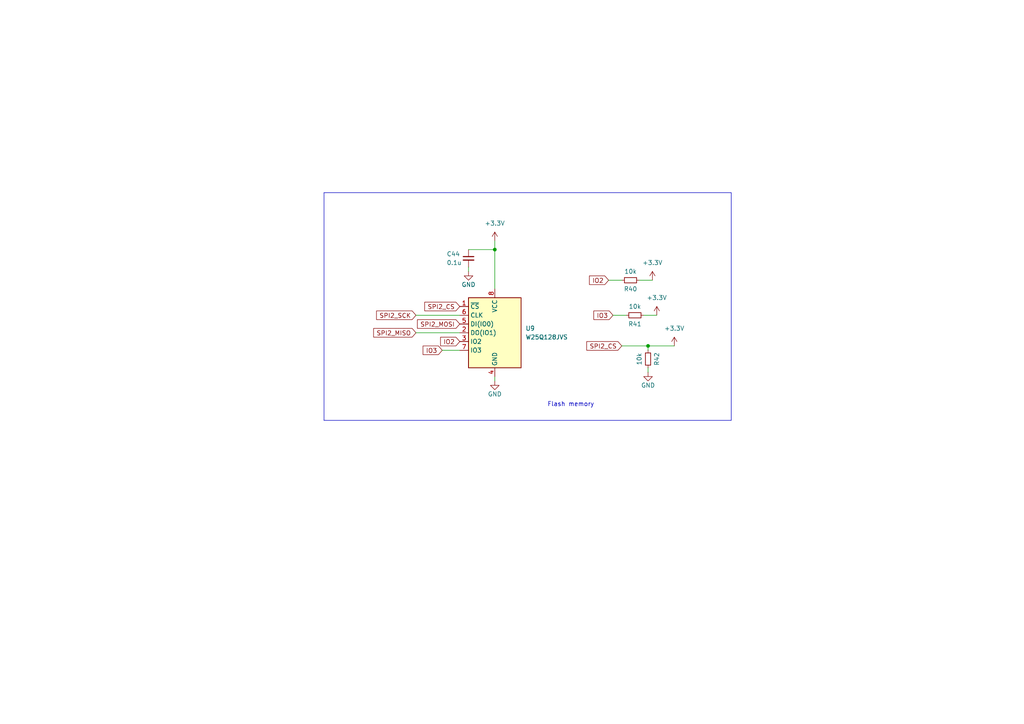
<source format=kicad_sch>
(kicad_sch (version 20230121) (generator eeschema)
  (paper "A4")
  (lib_symbols
    (symbol "Device:C_Small" (pin_numbers hide) (pin_names (offset 0.254) hide)
      (property "Reference" "C" (at 0.254 1.778 0))
      (property "Value" "C_Small" (at 0.254 -2.032 0))
      (symbol "C_Small_0_1"
        (polyline (pts (xy -1.524 -0.508) (xy 1.524 -0.508)) (stroke (width 0.3302)))
        (polyline (pts (xy -1.524 0.508) (xy 1.524 0.508)) (stroke (width 0.3048)))
      )
      (symbol "C_Small_1_1"
        (pin passive line (at 0 2.54 270) (length 2.032) (name "~") (number "1"))
        (pin passive line (at 0 -2.54 90) (length 2.032) (name "~") (number "2"))
      )
    )
    (symbol "Device:R_Small" (pin_numbers hide) (pin_names (offset 0.254) hide)
      (property "Reference" "R" (at 0.762 0.508 0))
      (property "Value" "R_Small" (at 0.762 -1.016 0))
      (symbol "R_Small_0_1"
        (rectangle (start -0.762 1.778) (end 0.762 -1.778) (stroke (width 0.2032)))
      )
      (symbol "R_Small_1_1"
        (pin passive line (at 0 2.54 270) (length 0.762) (name "~") (number "1"))
        (pin passive line (at 0 -2.54 90) (length 0.762) (name "~") (number "2"))
      )
    )
    (symbol "Memory_Flash:W25Q128JVS"
      (property "Reference" "U" (at -8.89 8.89 0))
      (property "Value" "W25Q128JVS" (at 7.62 8.89 0))
      (symbol "W25Q128JVS_0_1"
        (rectangle (start -7.62 10.16) (end 7.62 -10.16) (stroke (width 0.254)) (fill (type background)))
      )
      (symbol "W25Q128JVS_1_1"
        (pin input line (at -10.16 7.62 0) (length 2.54) (name "~{CS}") (number "1"))
        (pin bidirectional line (at -10.16 0 0) (length 2.54) (name "DO(IO1)") (number "2"))
        (pin bidirectional line (at -10.16 -2.54 0) (length 2.54) (name "IO2") (number "3"))
        (pin power_in line (at 0 -12.7 90) (length 2.54) (name "GND") (number "4"))
        (pin bidirectional line (at -10.16 2.54 0) (length 2.54) (name "DI(IO0)") (number "5"))
        (pin input line (at -10.16 5.08 0) (length 2.54) (name "CLK") (number "6"))
        (pin bidirectional line (at -10.16 -5.08 0) (length 2.54) (name "IO3") (number "7"))
        (pin power_in line (at 0 12.7 270) (length 2.54) (name "VCC") (number "8"))
      )
    )
    (symbol "power:+3.3V" (power) (pin_names (offset 0))
      (property "Value" "+3.3V" (at 0 3.556 0))
      (symbol "+3.3V_0_1"
        (polyline (pts (xy -0.762 1.27) (xy 0 2.54)))
        (polyline (pts (xy 0 0) (xy 0 2.54)))
        (polyline (pts (xy 0 2.54) (xy 0.762 1.27)))
      )
      (symbol "+3.3V_1_1"
        (pin power_in line (at 0 0 90) (length 0) hide (name "+3.3V") (number "1"))
      )
    )
    (symbol "power:GND" (power) (pin_names (offset 0))
      (property "Value" "GND" (at 0 -3.81 0))
      (symbol "GND_0_1"
        (polyline (pts (xy 0 0) (xy 0 -1.27) (xy 1.27 -1.27) (xy 0 -2.54) (xy -1.27 -1.27) (xy 0 -1.27)))
      )
      (symbol "GND_1_1"
        (pin power_in line (at 0 0 270) (length 0) hide (name "GND") (number "1"))
      )
    )
  )
  (junction (at 187.96 100.33))
  (junction (at 143.51 72.39))
  (wire (pts (xy 143.51 69.85) (xy 143.51 72.39)))
  (wire (pts (xy 185.42 81.28) (xy 189.23 81.28)))
  (wire (pts (xy 177.8 91.44) (xy 181.61 91.44)))
  (polyline (pts (xy 93.98 55.88) (xy 212.09 55.88)))
  (wire (pts (xy 135.89 77.47) (xy 135.89 78.74)))
  (wire (pts (xy 187.96 100.33) (xy 187.96 101.6)))
  (wire (pts (xy 143.51 72.39) (xy 143.51 83.82)))
  (wire (pts (xy 120.65 96.52) (xy 133.35 96.52)))
  (wire (pts (xy 143.51 109.22) (xy 143.51 110.49)))
  (wire (pts (xy 135.89 72.39) (xy 143.51 72.39)))
  (wire (pts (xy 187.96 106.68) (xy 187.96 107.95)))
  (wire (pts (xy 128.27 101.6) (xy 133.35 101.6)))
  (wire (pts (xy 176.53 81.28) (xy 180.34 81.28)))
  (polyline (pts (xy 93.98 55.88) (xy 93.98 121.92)))
  (wire (pts (xy 180.34 100.33) (xy 187.96 100.33)))
  (polyline (pts (xy 212.09 55.88) (xy 212.09 121.92)))
  (wire (pts (xy 186.69 91.44) (xy 190.5 91.44)))
  (wire (pts (xy 120.65 91.44) (xy 133.35 91.44)))
  (wire (pts (xy 187.96 100.33) (xy 195.58 100.33)))
  (polyline (pts (xy 93.98 121.92) (xy 212.09 121.92)))
  (text "Flash memory" (at 158.75 118.11 0) (effects (font (size 1.27 1.27)) (justify left bottom)))
  (global_label "IO3" (shape input) (at 128.27 101.6 180) (property "Intersheetrefs" "${INTERSHEET_REFS}" (effects hide)))
  (global_label "IO3" (shape input) (at 177.8 91.44 180) (property "Intersheetrefs" "${INTERSHEET_REFS}" (effects hide)))
  (global_label "IO2" (shape input) (at 133.35 99.06 180) (property "Intersheetrefs" "${INTERSHEET_REFS}" (effects hide)))
  (global_label "SPI2_SCK" (shape input) (at 120.65 91.44 180) (property "Intersheetrefs" "${INTERSHEET_REFS}" (effects hide)))
  (global_label "SPI2_MISO" (shape input) (at 120.65 96.52 180) (property "Intersheetrefs" "${INTERSHEET_REFS}" (effects hide)))
  (global_label "SPI2_MOSI" (shape input) (at 133.35 93.98 180) (property "Intersheetrefs" "${INTERSHEET_REFS}" (effects hide)))
  (global_label "IO2" (shape input) (at 176.53 81.28 180) (property "Intersheetrefs" "${INTERSHEET_REFS}" (effects hide)))
  (global_label "SPI2_CS" (shape input) (at 180.34 100.33 180) (property "Intersheetrefs" "${INTERSHEET_REFS}" (effects hide)))
  (global_label "SPI2_CS" (shape input) (at 133.35 88.9 180) (property "Intersheetrefs" "${INTERSHEET_REFS}" (effects hide)))
  (symbol (lib_id "power:+3.3V") (at 143.51 69.85 0) (unit 1)
    (property "Reference" "#PWR065" (effects hide))
    (property "Value" "+3.3V" (at 143.51 64.77 0))
    (instances (project "skna_project" (path "" (reference "#PWR065") (unit 1)) (path "" (reference "#PWR040") (unit 1))))
  )
  (symbol (lib_id "power:+3.3V") (at 195.58 100.33 0) (unit 1)
    (property "Reference" "#PWR066" (effects hide))
    (property "Value" "+3.3V" (at 195.58 95.25 0))
    (instances (project "skna_project" (path "" (reference "#PWR066") (unit 1)) (path "" (reference "#PWR046") (unit 1))))
  )
  (symbol (lib_id "Device:R_Small") (at 184.15 91.44 270) (unit 1)
    (property "Reference" "R41" (at 184.15 93.98 90))
    (property "Value" "10k" (at 184.15 88.9 90))
    (instances (project "skna_project" (path "" (reference "R41") (unit 1)) (path "" (reference "R8") (unit 1))))
  )
  (symbol (lib_id "power:GND") (at 187.96 107.95 0) (unit 1)
    (property "Reference" "#PWR067" (effects hide))
    (property "Value" "GND" (at 187.96 111.76 0))
    (instances (project "skna_project" (path "" (reference "#PWR067") (unit 1)) (path "" (reference "#PWR042") (unit 1))))
  )
  (symbol (lib_id "power:GND") (at 135.89 78.74 0) (unit 1)
    (property "Reference" "#PWR070" (effects hide))
    (property "Value" "GND" (at 135.89 82.55 0))
    (instances (project "skna_project" (path "" (reference "#PWR070") (unit 1)) (path "" (reference "#PWR039") (unit 1))))
  )
  (symbol (lib_id "Device:R_Small") (at 182.88 81.28 270) (unit 1)
    (property "Reference" "R40" (at 182.88 83.82 90))
    (property "Value" "10k" (at 182.88 78.74 90))
    (instances (project "skna_project" (path "" (reference "R40") (unit 1)) (path "" (reference "R7") (unit 1))))
  )
  (symbol (lib_id "power:GND") (at 143.51 110.49 0) (unit 1)
    (property "Reference" "#PWR064" (effects hide))
    (property "Value" "GND" (at 143.51 114.3 0))
    (instances (project "skna_project" (path "" (reference "#PWR064") (unit 1)) (path "" (reference "#PWR041") (unit 1))))
  )
  (symbol (lib_id "power:+3.3V") (at 190.5 91.44 0) (unit 1)
    (property "Reference" "#PWR069" (effects hide))
    (property "Value" "+3.3V" (at 190.5 86.36 0))
    (instances (project "skna_project" (path "" (reference "#PWR069") (unit 1)) (path "" (reference "#PWR044") (unit 1))))
  )
  (symbol (lib_id "Memory_Flash:W25Q128JVS") (at 143.51 96.52 0) (unit 1)
    (property "Reference" "U9" (at 152.4 95.25 0) (effects (justify left)))
    (property "Value" "W25Q128JVS" (at 152.4 97.79 0) (effects (justify left)))
    (property "Footprint" "Package_SO:SOIC-8_5.23x5.23mm_P1.27mm" (effects hide))
    (property "Datasheet" "http://www.winbond.com/resource-files/w25q128jv_dtr%20revc%2003272018%20plus.pdf" (effects hide))
  )
  (symbol (lib_id "Device:C_Small") (at 135.89 74.93 0) (unit 1)
    (property "Reference" "C44" (at 129.54 73.6663 0) (effects (justify left)))
    (property "Value" "0.1u" (at 129.54 76.2 0) (effects (justify left)))
    (instances (project "skna_project" (path "" (reference "C44") (unit 1)) (path "" (reference "C13") (unit 1))))
  )
  (symbol (lib_id "Device:R_Small") (at 187.96 104.14 0) (unit 1)
    (property "Reference" "R42" (at 190.5 104.14 90))
    (property "Value" "10k" (at 185.42 104.14 90))
    (instances (project "skna_project" (path "" (reference "R42") (unit 1)) (path "" (reference "R14") (unit 1))))
  )
  (symbol (lib_id "power:+3.3V") (at 189.23 81.28 0) (unit 1)
    (property "Reference" "#PWR068" (effects hide))
    (property "Value" "+3.3V" (at 189.23 76.2 0))
    (instances (project "skna_project" (path "" (reference "#PWR068") (unit 1)) (path "" (reference "#PWR043") (unit 1))))
  )
)
</source>
